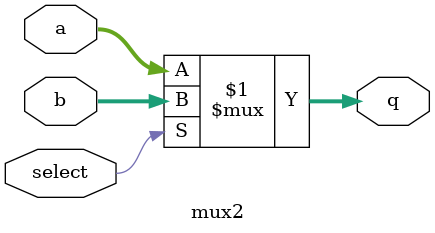
<source format=sv>
module mux2 #(parameter WIDTH = 31)
				 (input logic[WIDTH:0] a,b,
				  input logic select,
				  output logic[WIDTH:0] q);
		assign q = select ? b : a;
endmodule
</source>
